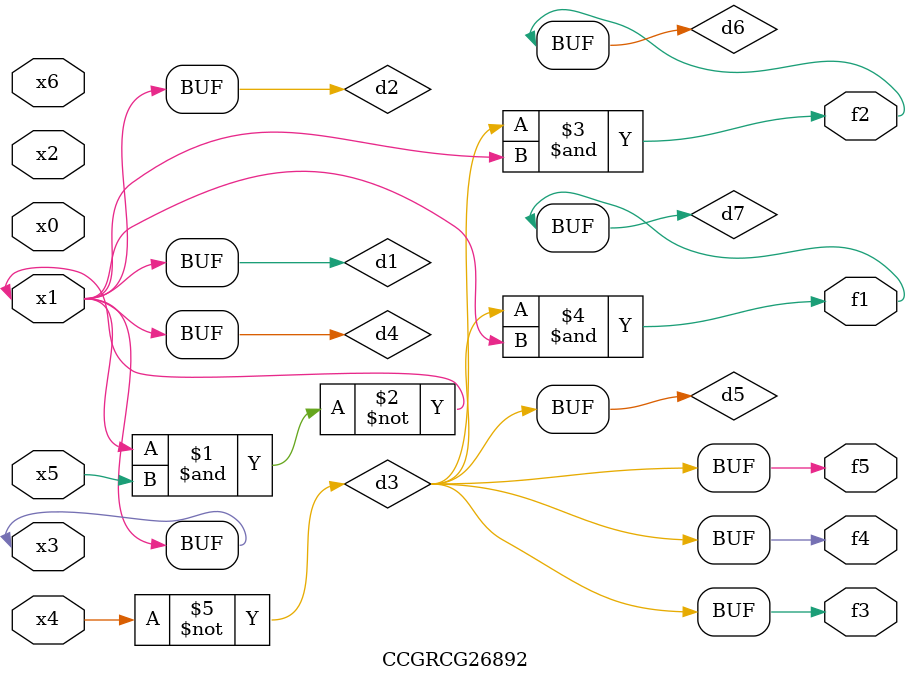
<source format=v>
module CCGRCG26892(
	input x0, x1, x2, x3, x4, x5, x6,
	output f1, f2, f3, f4, f5
);

	wire d1, d2, d3, d4, d5, d6, d7;

	buf (d1, x1, x3);
	nand (d2, x1, x5);
	not (d3, x4);
	buf (d4, d1, d2);
	buf (d5, d3);
	and (d6, d3, d4);
	and (d7, d3, d4);
	assign f1 = d7;
	assign f2 = d6;
	assign f3 = d5;
	assign f4 = d5;
	assign f5 = d5;
endmodule

</source>
